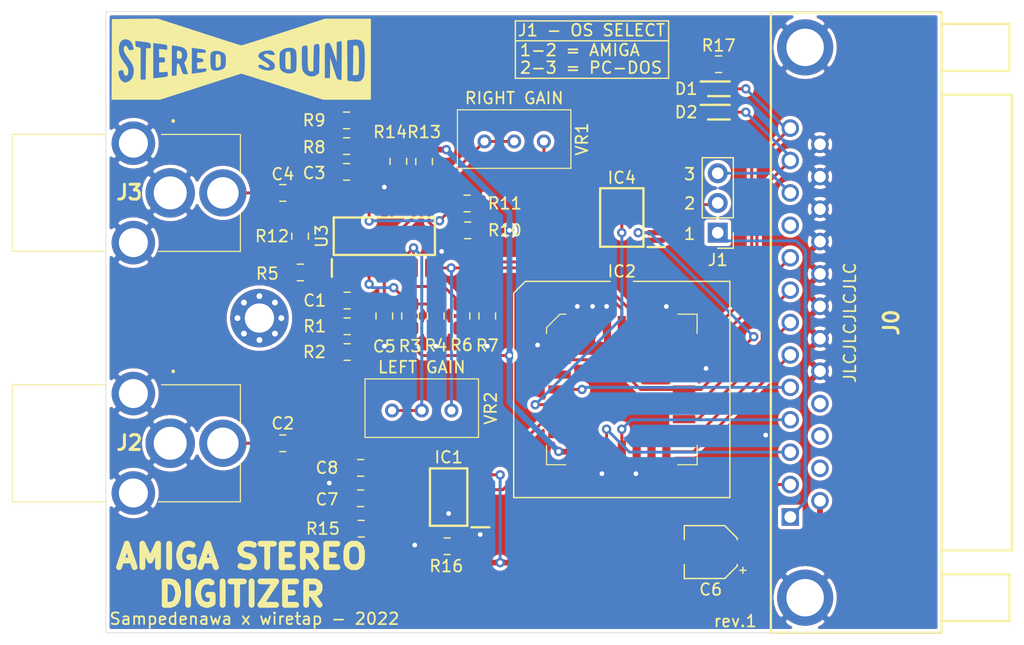
<source format=kicad_pcb>
(kicad_pcb (version 20171130) (host pcbnew "(5.1.6)-1")
  (layers (0 F.Cu signal) (31 B.Cu signal) (34 B.Paste user) (35 F.Paste user) (36 B.SilkS user) (37 F.SilkS user) (38 B.Mask user) (39 F.Mask user) (44 Edge.Cuts user))
  (net 0 "")
  (net 1 "Net-(C1-Pad2)")
  (net 2 "Net-(C1-Pad1)")
  (net 3 "Net-(C2-Pad2)")
  (net 4 "Net-(C2-Pad1)")
  (net 5 "Net-(C3-Pad1)")
  (net 6 "Net-(C3-Pad2)")
  (net 7 "Net-(C4-Pad1)")
  (net 8 "Net-(C4-Pad2)")
  (net 9 GND)
  (net 10 VCC)
  (net 11 "Net-(C7-Pad1)")
  (net 12 "Net-(C8-Pad1)")
  (net 13 OE)
  (net 14 SEL)
  (net 15 POUT)
  (net 16 CLOCK)
  (net 17 "Net-(IC1-Pad7)")
  (net 18 IN1)
  (net 19 IN2)
  (net 20 ALE)
  (net 21 D3)
  (net 22 "Net-(IC2-Pad7)")
  (net 23 D2)
  (net 24 D0)
  (net 25 D5)
  (net 26 D1)
  (net 27 D4)
  (net 28 D6)
  (net 29 D7)
  (net 30 SELECT)
  (net 31 "Net-(IC4-Pad3)")
  (net 32 "Net-(IC4-Pad4)")
  (net 33 "Net-(IC4-Pad5)")
  (net 34 "Net-(IC4-Pad6)")
  (net 35 "Net-(IC4-Pad7)")
  (net 36 "Net-(IC4-Pad8)")
  (net 37 "Net-(IC4-Pad9)")
  (net 38 "Net-(IC4-Pad10)")
  (net 39 "Net-(IC4-Pad11)")
  (net 40 "Net-(IC4-Pad12)")
  (net 41 "Net-(IC4-Pad13)")
  (net 42 "Net-(IC4-Pad14)")
  (net 43 STROBE)
  (net 44 "Net-(J0-Pad10)")
  (net 45 BUSY)
  (net 46 "Net-(J0-Pad15)")
  (net 47 "Net-(J0-Pad16)")
  (net 48 "Net-(J0-Pad17)")
  (net 49 "Net-(R3-Pad2)")
  (net 50 "Net-(R5-Pad1)")
  (net 51 "Net-(R6-Pad2)")
  (net 52 "Net-(R10-Pad2)")
  (net 53 "Net-(R12-Pad1)")
  (net 54 "Net-(R13-Pad2)")
  (module MountingHole:MountingHole_2.5mm_Pad_Via (layer F.Cu) (at 149.125 90.8)
    (fp_text reference REF** hide)
    (fp_text value MountingHole_2.5mm_Pad_Via)
    (pad 1 thru_hole circle (at 1.325825 -1.325825) (size 0.8 0.8) (drill 0.5) (layers *.Cu *.Mask))
    (pad 1 thru_hole circle (at 0 -1.875) (size 0.8 0.8) (drill 0.5) (layers *.Cu *.Mask))
    (pad 1 thru_hole circle (at -1.325825 -1.325825) (size 0.8 0.8) (drill 0.5) (layers *.Cu *.Mask))
    (pad 1 thru_hole circle (at -1.875 0) (size 0.8 0.8) (drill 0.5) (layers *.Cu *.Mask))
    (pad 1 thru_hole circle (at -1.325825 1.325825) (size 0.8 0.8) (drill 0.5) (layers *.Cu *.Mask))
    (pad 1 thru_hole circle (at 0 1.875) (size 0.8 0.8) (drill 0.5) (layers *.Cu *.Mask))
    (pad 1 thru_hole circle (at 1.325825 1.325825) (size 0.8 0.8) (drill 0.5) (layers *.Cu *.Mask))
    (pad 1 thru_hole circle (at 1.875 0) (size 0.8 0.8) (drill 0.5) (layers *.Cu *.Mask))
    (pad 1 thru_hole circle (at 0 0) (size 5 5) (drill 2.5) (layers *.Cu *.Mask))
  )
  (module SamacSys_Parts:stereo-logo (layer F.Cu) (at 147.6 68.7)
    (fp_text reference G*** hide)
    (fp_text value LOGO hide)
  )
  (module Capacitor_SMD:C_0805_2012Metric_Pad1.15x1.40mm_HandSolder (layer F.Cu) (at 156.625 89.3)
    (fp_text reference C1 (at -2.775 0) (layer F.SilkS))
    (fp_text value 47nF)
    (pad 2 smd roundrect (at 1.025 0) (size 1.15 1.4) (layers F.Cu F.Paste F.Mask) (roundrect_rratio 0.217391) (net 1 "Net-(C1-Pad2)"))
    (pad 1 smd roundrect (at -1.025 0) (size 1.15 1.4) (layers F.Cu F.Paste F.Mask) (roundrect_rratio 0.217391) (net 2 "Net-(C1-Pad1)"))
  )
  (module Capacitor_SMD:C_0805_2012Metric_Pad1.15x1.40mm_HandSolder (layer F.Cu) (at 151.125 101.5 180)
    (fp_text reference C2 (at 0 1.7) (layer F.SilkS))
    (fp_text value 1uF)
    (pad 2 smd roundrect (at 1.025 0 180) (size 1.15 1.4) (layers F.Cu F.Paste F.Mask) (roundrect_rratio 0.217391) (net 3 "Net-(C2-Pad2)"))
    (pad 1 smd roundrect (at -1.025 0 180) (size 1.15 1.4) (layers F.Cu F.Paste F.Mask) (roundrect_rratio 0.217391) (net 4 "Net-(C2-Pad1)"))
  )
  (module Capacitor_SMD:C_0805_2012Metric_Pad1.15x1.40mm_HandSolder (layer F.Cu) (at 156.575 78.3)
    (fp_text reference C3 (at -2.775 0.1) (layer F.SilkS))
    (fp_text value 47nF)
    (pad 1 smd roundrect (at -1.025 0) (size 1.15 1.4) (layers F.Cu F.Paste F.Mask) (roundrect_rratio 0.217391) (net 5 "Net-(C3-Pad1)"))
    (pad 2 smd roundrect (at 1.025 0) (size 1.15 1.4) (layers F.Cu F.Paste F.Mask) (roundrect_rratio 0.217391) (net 6 "Net-(C3-Pad2)"))
  )
  (module Capacitor_SMD:C_0805_2012Metric_Pad1.15x1.40mm_HandSolder (layer F.Cu) (at 151.125 80.1 180)
    (fp_text reference C4 (at 0 1.6) (layer F.SilkS))
    (fp_text value 1uF)
    (pad 1 smd roundrect (at -1.025 0 180) (size 1.15 1.4) (layers F.Cu F.Paste F.Mask) (roundrect_rratio 0.217391) (net 7 "Net-(C4-Pad1)"))
    (pad 2 smd roundrect (at 1.025 0 180) (size 1.15 1.4) (layers F.Cu F.Paste F.Mask) (roundrect_rratio 0.217391) (net 8 "Net-(C4-Pad2)"))
  )
  (module Capacitor_SMD:C_0805_2012Metric_Pad1.15x1.40mm_HandSolder (layer F.Cu) (at 159.8 90.625 90)
    (fp_text reference C5 (at -2.6 0 180) (layer F.SilkS))
    (fp_text value 0.1uF)
    (pad 1 smd roundrect (at -1.025 0 90) (size 1.15 1.4) (layers F.Cu F.Paste F.Mask) (roundrect_rratio 0.217391) (net 9 GND))
    (pad 2 smd roundrect (at 1.025 0 90) (size 1.15 1.4) (layers F.Cu F.Paste F.Mask) (roundrect_rratio 0.217391) (net 10 VCC))
  )
  (module Capacitor_SMD:CP_Elec_4x5.8 (layer F.Cu) (at 187.7 110.8 180)
    (fp_text reference C6 (at 0 -3.2) (layer F.SilkS))
    (fp_text value 100nF)
    (pad 1 smd roundrect (at -1.8 0 180) (size 2.6 1.6) (layers F.Cu F.Paste F.Mask) (roundrect_rratio 0.15625) (net 10 VCC))
    (pad 2 smd roundrect (at 1.8 0 180) (size 2.6 1.6) (layers F.Cu F.Paste F.Mask) (roundrect_rratio 0.15625) (net 9 GND))
  )
  (module Capacitor_SMD:C_0805_2012Metric_Pad1.15x1.40mm_HandSolder (layer F.Cu) (at 157.775 106.2 180)
    (fp_text reference C7 (at 2.875 -0.1) (layer F.SilkS))
    (fp_text value 1nF)
    (pad 2 smd roundrect (at 1.025 0 180) (size 1.15 1.4) (layers F.Cu F.Paste F.Mask) (roundrect_rratio 0.217391) (net 9 GND))
    (pad 1 smd roundrect (at -1.025 0 180) (size 1.15 1.4) (layers F.Cu F.Paste F.Mask) (roundrect_rratio 0.217391) (net 11 "Net-(C7-Pad1)"))
  )
  (module Capacitor_SMD:C_0805_2012Metric_Pad1.15x1.40mm_HandSolder (layer F.Cu) (at 157.775 103.6 180)
    (fp_text reference C8 (at 2.875 0) (layer F.SilkS))
    (fp_text value 10nF)
    (pad 1 smd roundrect (at -1.025 0 180) (size 1.15 1.4) (layers F.Cu F.Paste F.Mask) (roundrect_rratio 0.217391) (net 12 "Net-(C8-Pad1)"))
    (pad 2 smd roundrect (at 1.025 0 180) (size 1.15 1.4) (layers F.Cu F.Paste F.Mask) (roundrect_rratio 0.217391) (net 9 GND))
  )
  (module SamacSys_Parts:SODFL2512X95N (layer F.Cu) (at 188.4 71.2)
    (fp_text reference D1 (at -2.8 0) (layer F.SilkS))
    (fp_text value 1N4148 hide)
    (pad 1 smd rect (at -1.2 0 90) (size 0.42 0.72) (layers F.Cu F.Paste F.Mask) (net 13 OE))
    (pad 2 smd rect (at 1.2 0 90) (size 0.42 0.72) (layers F.Cu F.Paste F.Mask) (net 14 SEL))
  )
  (module SamacSys_Parts:SODFL2512X95N (layer F.Cu) (at 188.4 73.2)
    (fp_text reference D2 (at -2.8 0) (layer F.SilkS))
    (fp_text value 1N4148 hide)
    (pad 2 smd rect (at 1.2 0 90) (size 0.42 0.72) (layers F.Cu F.Paste F.Mask) (net 15 POUT))
    (pad 1 smd rect (at -1.2 0 90) (size 0.42 0.72) (layers F.Cu F.Paste F.Mask) (net 13 OE))
  )
  (module SOIC127P600X175-8N (layer F.Cu) (at 165.3 106.1 180)
    (fp_text reference IC1 (at 0 3.4) (layer F.SilkS))
    (fp_text value LM555CM hide)
    (pad 1 smd rect (at -2.711 -1.905 270) (size 0.65 1.528) (layers F.Cu F.Paste F.Mask) (net 9 GND))
    (pad 2 smd rect (at -2.711 -0.635 270) (size 0.65 1.528) (layers F.Cu F.Paste F.Mask) (net 11 "Net-(C7-Pad1)"))
    (pad 3 smd rect (at -2.711 0.635 270) (size 0.65 1.528) (layers F.Cu F.Paste F.Mask) (net 16 CLOCK))
    (pad 4 smd rect (at -2.711 1.905 270) (size 0.65 1.528) (layers F.Cu F.Paste F.Mask) (net 10 VCC))
    (pad 5 smd rect (at 2.711 1.905 270) (size 0.65 1.528) (layers F.Cu F.Paste F.Mask) (net 12 "Net-(C8-Pad1)"))
    (pad 6 smd rect (at 2.711 0.635 270) (size 0.65 1.528) (layers F.Cu F.Paste F.Mask) (net 11 "Net-(C7-Pad1)"))
    (pad 7 smd rect (at 2.711 -0.635 270) (size 0.65 1.528) (layers F.Cu F.Paste F.Mask) (net 17 "Net-(IC1-Pad7)"))
    (pad 8 smd rect (at 2.711 -1.905 270) (size 0.65 1.528) (layers F.Cu F.Paste F.Mask) (net 10 VCC))
  )
  (module SOP65P640X120-14N (layer F.Cu) (at 180.1 82.2 180)
    (fp_text reference IC4 (at 0 3.4) (layer F.SilkS))
    (fp_text value MC74HC14ADTR2G hide)
    (pad 1 smd rect (at -2.925 -1.95 270) (size 0.45 1.45) (layers F.Cu F.Paste F.Mask) (net 30 SELECT))
    (pad 2 smd rect (at -2.925 -1.3 270) (size 0.45 1.45) (layers F.Cu F.Paste F.Mask) (net 20 ALE))
    (pad 3 smd rect (at -2.925 -0.65 270) (size 0.45 1.45) (layers F.Cu F.Paste F.Mask) (net 31 "Net-(IC4-Pad3)"))
    (pad 4 smd rect (at -2.925 0 270) (size 0.45 1.45) (layers F.Cu F.Paste F.Mask) (net 32 "Net-(IC4-Pad4)"))
    (pad 5 smd rect (at -2.925 0.65 270) (size 0.45 1.45) (layers F.Cu F.Paste F.Mask) (net 33 "Net-(IC4-Pad5)"))
    (pad 6 smd rect (at -2.925 1.3 270) (size 0.45 1.45) (layers F.Cu F.Paste F.Mask) (net 34 "Net-(IC4-Pad6)"))
    (pad 7 smd rect (at -2.925 1.95 270) (size 0.45 1.45) (layers F.Cu F.Paste F.Mask) (net 35 "Net-(IC4-Pad7)"))
    (pad 8 smd rect (at 2.925 1.95 270) (size 0.45 1.45) (layers F.Cu F.Paste F.Mask) (net 36 "Net-(IC4-Pad8)"))
    (pad 9 smd rect (at 2.925 1.3 270) (size 0.45 1.45) (layers F.Cu F.Paste F.Mask) (net 37 "Net-(IC4-Pad9)"))
    (pad 10 smd rect (at 2.925 0.65 270) (size 0.45 1.45) (layers F.Cu F.Paste F.Mask) (net 38 "Net-(IC4-Pad10)"))
    (pad 11 smd rect (at 2.925 0 270) (size 0.45 1.45) (layers F.Cu F.Paste F.Mask) (net 39 "Net-(IC4-Pad11)"))
    (pad 12 smd rect (at 2.925 -0.65 270) (size 0.45 1.45) (layers F.Cu F.Paste F.Mask) (net 40 "Net-(IC4-Pad12)"))
    (pad 13 smd rect (at 2.925 -1.3 270) (size 0.45 1.45) (layers F.Cu F.Paste F.Mask) (net 41 "Net-(IC4-Pad13)"))
    (pad 14 smd rect (at 2.925 -1.95 270) (size 0.45 1.45) (layers F.Cu F.Paste F.Mask) (net 42 "Net-(IC4-Pad14)"))
  )
  (module L717SDB25P1ACH4F (layer F.Cu) (at 194.5 107.8 90)
    (fp_text reference J0 (at 16.62 8.64 90) (layer F.SilkS) (effects (font (size 1.27 1.27) (thickness 0.254))))
    (fp_text value L717SDB25P1ACH4F hide)
    (pad 1 thru_hole rect (at 0 0 90) (size 1.5 1.5) (drill 1) (layers *.Cu *.Mask) (net 43 STROBE))
    (pad 2 thru_hole circle (at 2.77 0 90) (size 1.5 1.5) (drill 1) (layers *.Cu *.Mask) (net 24 D0))
    (pad 3 thru_hole circle (at 5.54 0 90) (size 1.5 1.5) (drill 1) (layers *.Cu *.Mask) (net 26 D1))
    (pad 4 thru_hole circle (at 8.31 0 90) (size 1.5 1.5) (drill 1) (layers *.Cu *.Mask) (net 23 D2))
    (pad 5 thru_hole circle (at 11.08 0 90) (size 1.5 1.5) (drill 1) (layers *.Cu *.Mask) (net 21 D3))
    (pad 6 thru_hole circle (at 13.85 0 90) (size 1.5 1.5) (drill 1) (layers *.Cu *.Mask) (net 27 D4))
    (pad 7 thru_hole circle (at 16.62 0 90) (size 1.5 1.5) (drill 1) (layers *.Cu *.Mask) (net 25 D5))
    (pad 8 thru_hole circle (at 19.39 0 90) (size 1.5 1.5) (drill 1) (layers *.Cu *.Mask) (net 28 D6))
    (pad 9 thru_hole circle (at 22.16 0 90) (size 1.5 1.5) (drill 1) (layers *.Cu *.Mask) (net 29 D7))
    (pad 10 thru_hole circle (at 24.93 0 90) (size 1.5 1.5) (drill 1) (layers *.Cu *.Mask) (net 44 "Net-(J0-Pad10)"))
    (pad 11 thru_hole circle (at 27.7 0 90) (size 1.5 1.5) (drill 1) (layers *.Cu *.Mask) (net 45 BUSY))
    (pad 12 thru_hole circle (at 30.47 0 90) (size 1.5 1.5) (drill 1) (layers *.Cu *.Mask) (net 15 POUT))
    (pad 13 thru_hole circle (at 33.24 0 90) (size 1.5 1.5) (drill 1) (layers *.Cu *.Mask) (net 14 SEL))
    (pad 14 thru_hole circle (at 1.385 2.54 90) (size 1.5 1.5) (drill 1) (layers *.Cu *.Mask) (net 10 VCC))
    (pad 15 thru_hole circle (at 4.155 2.54 90) (size 1.5 1.5) (drill 1) (layers *.Cu *.Mask) (net 46 "Net-(J0-Pad15)"))
    (pad 16 thru_hole circle (at 6.925 2.54 90) (size 1.5 1.5) (drill 1) (layers *.Cu *.Mask) (net 47 "Net-(J0-Pad16)"))
    (pad 17 thru_hole circle (at 9.695 2.54 90) (size 1.5 1.5) (drill 1) (layers *.Cu *.Mask) (net 48 "Net-(J0-Pad17)"))
    (pad 18 thru_hole circle (at 12.465 2.54 90) (size 1.5 1.5) (drill 1) (layers *.Cu *.Mask) (net 9 GND))
    (pad 19 thru_hole circle (at 15.235 2.54 90) (size 1.5 1.5) (drill 1) (layers *.Cu *.Mask) (net 9 GND))
    (pad 20 thru_hole circle (at 18.005 2.54 90) (size 1.5 1.5) (drill 1) (layers *.Cu *.Mask) (net 9 GND))
    (pad 21 thru_hole circle (at 20.775 2.54 90) (size 1.5 1.5) (drill 1) (layers *.Cu *.Mask) (net 9 GND))
    (pad 22 thru_hole circle (at 23.545 2.54 90) (size 1.5 1.5) (drill 1) (layers *.Cu *.Mask) (net 9 GND))
    (pad 23 thru_hole circle (at 26.315 2.54 90) (size 1.5 1.5) (drill 1) (layers *.Cu *.Mask) (net 9 GND))
    (pad 24 thru_hole circle (at 29.085 2.54 90) (size 1.5 1.5) (drill 1) (layers *.Cu *.Mask) (net 9 GND))
    (pad 25 thru_hole circle (at 31.855 2.54 90) (size 1.5 1.5) (drill 1) (layers *.Cu *.Mask) (net 9 GND))
    (pad MH1 thru_hole circle (at -6.9 1.27 90) (size 4.8 4.8) (drill 3.2) (layers *.Cu *.Mask) (net 9 GND))
    (pad MH2 thru_hole circle (at 40.14 1.27 90) (size 4.8 4.8) (drill 3.2) (layers *.Cu *.Mask) (net 9 GND))
  )
  (module Connector_PinHeader_2.54mm:PinHeader_1x03_P2.54mm_Vertical (layer F.Cu) (at 188.3 83.5 180)
    (fp_text reference J1 (at 0 -2.33) (layer F.SilkS))
    (fp_text value OS-Select)
    (pad 1 thru_hole rect (at 0 0 180) (size 1.7 1.7) (drill 1) (layers *.Cu *.Mask) (net 43 STROBE))
    (pad 2 thru_hole oval (at 0 2.54 180) (size 1.7 1.7) (drill 1) (layers *.Cu *.Mask) (net 30 SELECT))
    (pad 3 thru_hole oval (at 0 5.08 180) (size 1.7 1.7) (drill 1) (layers *.Cu *.Mask) (net 45 BUSY))
  )
  (module RCJ043 (layer F.Cu) (at 141.5 101.5 180)
    (fp_text reference J2 (at 3.491 0.045) (layer F.SilkS) (effects (font (size 1.27 1.27) (thickness 0.254))))
    (fp_text value RCJ-043 hide)
    (pad 1 thru_hole circle (at 0 0 180) (size 4.23 4.23) (drill 2.82) (layers *.Cu *.Mask) (net 9 GND))
    (pad 2 thru_hole circle (at -4.5 0 180) (size 4.035 4.035) (drill 2.69) (layers *.Cu *.Mask) (net 3 "Net-(C2-Pad2)"))
    (pad MH1 thru_hole circle (at 3.15 -4.25 180) (size 3.72 3.72) (drill 2.48) (layers *.Cu *.Mask) (net 9 GND))
    (pad MH2 thru_hole circle (at 3.15 4.25 180) (size 3.72 3.72) (drill 2.48) (layers *.Cu *.Mask) (net 9 GND))
  )
  (module RCJ042 (layer F.Cu) (at 141.5 80.1 180)
    (fp_text reference J3 (at 3.491 0.045) (layer F.SilkS) (effects (font (size 1.27 1.27) (thickness 0.254))))
    (fp_text value RCJ-042 hide)
    (pad 1 thru_hole circle (at 0 0 180) (size 4.23 4.23) (drill 2.82) (layers *.Cu *.Mask) (net 9 GND))
    (pad 2 thru_hole circle (at -4.5 0 180) (size 4.035 4.035) (drill 2.69) (layers *.Cu *.Mask) (net 8 "Net-(C4-Pad2)"))
    (pad MH1 thru_hole circle (at 3.15 -4.25 180) (size 3.72 3.72) (drill 2.48) (layers *.Cu *.Mask) (net 9 GND))
    (pad MH2 thru_hole circle (at 3.15 4.25 180) (size 3.72 3.72) (drill 2.48) (layers *.Cu *.Mask) (net 9 GND))
  )
  (module Resistor_SMD:R_0805_2012Metric_Pad1.15x1.40mm_HandSolder (layer F.Cu) (at 156.625 91.5)
    (fp_text reference R1 (at -2.775 0) (layer F.SilkS))
    (fp_text value 1k)
    (pad 2 smd roundrect (at 1.025 0) (size 1.15 1.4) (layers F.Cu F.Paste F.Mask) (roundrect_rratio 0.217391) (net 1 "Net-(C1-Pad2)"))
    (pad 1 smd roundrect (at -1.025 0) (size 1.15 1.4) (layers F.Cu F.Paste F.Mask) (roundrect_rratio 0.217391) (net 2 "Net-(C1-Pad1)"))
  )
  (module Resistor_SMD:R_0805_2012Metric_Pad1.15x1.40mm_HandSolder (layer F.Cu) (at 156.625 93.7 180)
    (fp_text reference R2 (at 2.8 0) (layer F.SilkS))
    (fp_text value 1k)
    (pad 1 smd roundrect (at -1.025 0 180) (size 1.15 1.4) (layers F.Cu F.Paste F.Mask) (roundrect_rratio 0.217391) (net 1 "Net-(C1-Pad2)"))
    (pad 2 smd roundrect (at 1.025 0 180) (size 1.15 1.4) (layers F.Cu F.Paste F.Mask) (roundrect_rratio 0.217391) (net 4 "Net-(C2-Pad1)"))
  )
  (module Resistor_SMD:R_0805_2012Metric_Pad1.15x1.40mm_HandSolder (layer F.Cu) (at 162 90.625 90)
    (fp_text reference R3 (at -2.575 0 180) (layer F.SilkS))
    (fp_text value 100k)
    (pad 1 smd roundrect (at -1.025 0 90) (size 1.15 1.4) (layers F.Cu F.Paste F.Mask) (roundrect_rratio 0.217391) (net 10 VCC))
    (pad 2 smd roundrect (at 1.025 0 90) (size 1.15 1.4) (layers F.Cu F.Paste F.Mask) (roundrect_rratio 0.217391) (net 49 "Net-(R3-Pad2)"))
  )
  (module Resistor_SMD:R_0805_2012Metric_Pad1.15x1.40mm_HandSolder (layer F.Cu) (at 164.2 90.625 270)
    (fp_text reference R4 (at 2.525 0 180) (layer F.SilkS))
    (fp_text value 100k)
    (pad 2 smd roundrect (at 1.025 0 270) (size 1.15 1.4) (layers F.Cu F.Paste F.Mask) (roundrect_rratio 0.217391) (net 9 GND))
    (pad 1 smd roundrect (at -1.025 0 270) (size 1.15 1.4) (layers F.Cu F.Paste F.Mask) (roundrect_rratio 0.217391) (net 49 "Net-(R3-Pad2)"))
  )
  (module Resistor_SMD:R_0805_2012Metric_Pad1.15x1.40mm_HandSolder (layer F.Cu) (at 152.625 86.9 180)
    (fp_text reference R5 (at 2.825 -0.1) (layer F.SilkS))
    (fp_text value 47k)
    (pad 2 smd roundrect (at 1.025 0 180) (size 1.15 1.4) (layers F.Cu F.Paste F.Mask) (roundrect_rratio 0.217391) (net 2 "Net-(C1-Pad1)"))
    (pad 1 smd roundrect (at -1.025 0 180) (size 1.15 1.4) (layers F.Cu F.Paste F.Mask) (roundrect_rratio 0.217391) (net 50 "Net-(R5-Pad1)"))
  )
  (module Resistor_SMD:R_0805_2012Metric_Pad1.15x1.40mm_HandSolder (layer F.Cu) (at 166.4 90.625 90)
    (fp_text reference R6 (at -2.475 0 180) (layer F.SilkS))
    (fp_text value 100k)
    (pad 1 smd roundrect (at -1.025 0 90) (size 1.15 1.4) (layers F.Cu F.Paste F.Mask) (roundrect_rratio 0.217391) (net 10 VCC))
    (pad 2 smd roundrect (at 1.025 0 90) (size 1.15 1.4) (layers F.Cu F.Paste F.Mask) (roundrect_rratio 0.217391) (net 51 "Net-(R6-Pad2)"))
  )
  (module Resistor_SMD:R_0805_2012Metric_Pad1.15x1.40mm_HandSolder (layer F.Cu) (at 168.6 90.625 270)
    (fp_text reference R7 (at 2.525 0 180) (layer F.SilkS))
    (fp_text value 100k)
    (pad 2 smd roundrect (at 1.025 0 270) (size 1.15 1.4) (layers F.Cu F.Paste F.Mask) (roundrect_rratio 0.217391) (net 9 GND))
    (pad 1 smd roundrect (at -1.025 0 270) (size 1.15 1.4) (layers F.Cu F.Paste F.Mask) (roundrect_rratio 0.217391) (net 51 "Net-(R6-Pad2)"))
  )
  (module Resistor_SMD:R_0805_2012Metric_Pad1.15x1.40mm_HandSolder (layer F.Cu) (at 156.575 76.1)
    (fp_text reference R8 (at -2.775 0.1) (layer F.SilkS))
    (fp_text value 1k)
    (pad 1 smd roundrect (at -1.025 0) (size 1.15 1.4) (layers F.Cu F.Paste F.Mask) (roundrect_rratio 0.217391) (net 5 "Net-(C3-Pad1)"))
    (pad 2 smd roundrect (at 1.025 0) (size 1.15 1.4) (layers F.Cu F.Paste F.Mask) (roundrect_rratio 0.217391) (net 6 "Net-(C3-Pad2)"))
  )
  (module Resistor_SMD:R_0805_2012Metric_Pad1.15x1.40mm_HandSolder (layer F.Cu) (at 156.575 73.9 180)
    (fp_text reference R9 (at 2.775 0) (layer F.SilkS))
    (fp_text value 1k)
    (pad 1 smd roundrect (at -1.025 0 180) (size 1.15 1.4) (layers F.Cu F.Paste F.Mask) (roundrect_rratio 0.217391) (net 6 "Net-(C3-Pad2)"))
    (pad 2 smd roundrect (at 1.025 0 180) (size 1.15 1.4) (layers F.Cu F.Paste F.Mask) (roundrect_rratio 0.217391) (net 7 "Net-(C4-Pad1)"))
  )
  (module Resistor_SMD:R_0805_2012Metric_Pad1.15x1.40mm_HandSolder (layer F.Cu) (at 166.925 83.3 180)
    (fp_text reference R10 (at -3.175 0) (layer F.SilkS))
    (fp_text value 100k)
    (pad 2 smd roundrect (at 1.025 0 180) (size 1.15 1.4) (layers F.Cu F.Paste F.Mask) (roundrect_rratio 0.217391) (net 52 "Net-(R10-Pad2)"))
    (pad 1 smd roundrect (at -1.025 0 180) (size 1.15 1.4) (layers F.Cu F.Paste F.Mask) (roundrect_rratio 0.217391) (net 10 VCC))
  )
  (module Resistor_SMD:R_0805_2012Metric_Pad1.15x1.40mm_HandSolder (layer F.Cu) (at 166.875 81)
    (fp_text reference R11 (at 3.225 0) (layer F.SilkS))
    (fp_text value 100k)
    (pad 1 smd roundrect (at -1.025 0) (size 1.15 1.4) (layers F.Cu F.Paste F.Mask) (roundrect_rratio 0.217391) (net 52 "Net-(R10-Pad2)"))
    (pad 2 smd roundrect (at 1.025 0) (size 1.15 1.4) (layers F.Cu F.Paste F.Mask) (roundrect_rratio 0.217391) (net 9 GND))
  )
  (module Resistor_SMD:R_0805_2012Metric_Pad1.15x1.40mm_HandSolder (layer F.Cu) (at 152.6 83.8 90)
    (fp_text reference R12 (at 0 -2.4 180) (layer F.SilkS))
    (fp_text value 47k)
    (pad 1 smd roundrect (at -1.025 0 90) (size 1.15 1.4) (layers F.Cu F.Paste F.Mask) (roundrect_rratio 0.217391) (net 53 "Net-(R12-Pad1)"))
    (pad 2 smd roundrect (at 1.025 0 90) (size 1.15 1.4) (layers F.Cu F.Paste F.Mask) (roundrect_rratio 0.217391) (net 5 "Net-(C3-Pad1)"))
  )
  (module Resistor_SMD:R_0805_2012Metric_Pad1.15x1.40mm_HandSolder (layer F.Cu) (at 163.2 77.425 270)
    (fp_text reference R13 (at -2.525 0 180) (layer F.SilkS))
    (fp_text value 100k)
    (pad 1 smd roundrect (at -1.025 0 270) (size 1.15 1.4) (layers F.Cu F.Paste F.Mask) (roundrect_rratio 0.217391) (net 10 VCC))
    (pad 2 smd roundrect (at 1.025 0 270) (size 1.15 1.4) (layers F.Cu F.Paste F.Mask) (roundrect_rratio 0.217391) (net 54 "Net-(R13-Pad2)"))
  )
  (module Resistor_SMD:R_0805_2012Metric_Pad1.15x1.40mm_HandSolder (layer F.Cu) (at 161 77.4 90)
    (fp_text reference R14 (at 2.5 -0.7 180) (layer F.SilkS))
    (fp_text value 100k)
    (pad 2 smd roundrect (at 1.025 0 90) (size 1.15 1.4) (layers F.Cu F.Paste F.Mask) (roundrect_rratio 0.217391) (net 9 GND))
    (pad 1 smd roundrect (at -1.025 0 90) (size 1.15 1.4) (layers F.Cu F.Paste F.Mask) (roundrect_rratio 0.217391) (net 54 "Net-(R13-Pad2)"))
  )
  (module Resistor_SMD:R_0805_2012Metric_Pad1.15x1.40mm_HandSolder (layer F.Cu) (at 157.825 108.8 180)
    (fp_text reference R15 (at 3.275 0) (layer F.SilkS))
    (fp_text value 470)
    (pad 1 smd roundrect (at -1.025 0 180) (size 1.15 1.4) (layers F.Cu F.Paste F.Mask) (roundrect_rratio 0.217391) (net 10 VCC))
    (pad 2 smd roundrect (at 1.025 0 180) (size 1.15 1.4) (layers F.Cu F.Paste F.Mask) (roundrect_rratio 0.217391) (net 17 "Net-(IC1-Pad7)"))
  )
  (module Resistor_SMD:R_0805_2012Metric_Pad1.15x1.40mm_HandSolder (layer F.Cu) (at 165.175 110.3)
    (fp_text reference R16 (at -0.075 1.7) (layer F.SilkS))
    (fp_text value 1.2k)
    (pad 2 smd roundrect (at 1.025 0) (size 1.15 1.4) (layers F.Cu F.Paste F.Mask) (roundrect_rratio 0.217391) (net 11 "Net-(C7-Pad1)"))
    (pad 1 smd roundrect (at -1.025 0) (size 1.15 1.4) (layers F.Cu F.Paste F.Mask) (roundrect_rratio 0.217391) (net 17 "Net-(IC1-Pad7)"))
  )
  (module Resistor_SMD:R_0805_2012Metric_Pad1.15x1.40mm_HandSolder (layer F.Cu) (at 188.375 69.1)
    (fp_text reference R17 (at 0 -1.6) (layer F.SilkS))
    (fp_text value 100k)
    (pad 2 smd roundrect (at 1.025 0) (size 1.15 1.4) (layers F.Cu F.Paste F.Mask) (roundrect_rratio 0.217391) (net 9 GND))
    (pad 1 smd roundrect (at -1.025 0) (size 1.15 1.4) (layers F.Cu F.Paste F.Mask) (roundrect_rratio 0.217391) (net 13 OE))
  )
  (module SamacSys_Parts:SOIC127P600X175-14N (layer F.Cu) (at 159.8 83.8 90)
    (fp_text reference U3 (at 0 -5.360001 90) (layer F.SilkS))
    (fp_text value LM324DR hide)
    (pad 1 smd rect (at -2.712 -3.81 180) (size 0.65 1.525) (layers F.Cu F.Paste F.Mask) (net 2 "Net-(C1-Pad1)"))
    (pad 2 smd rect (at -2.712 -2.54 180) (size 0.65 1.525) (layers F.Cu F.Paste F.Mask) (net 1 "Net-(C1-Pad2)"))
    (pad 3 smd rect (at -2.712 -1.27 180) (size 0.65 1.525) (layers F.Cu F.Paste F.Mask) (net 49 "Net-(R3-Pad2)"))
    (pad 4 smd rect (at -2.712 0 180) (size 0.65 1.525) (layers F.Cu F.Paste F.Mask) (net 10 VCC))
    (pad 5 smd rect (at -2.712 1.27 180) (size 0.65 1.525) (layers F.Cu F.Paste F.Mask) (net 51 "Net-(R6-Pad2)"))
    (pad 6 smd rect (at -2.712 2.54 180) (size 0.65 1.525) (layers F.Cu F.Paste F.Mask) (net 50 "Net-(R5-Pad1)"))
    (pad 7 smd rect (at -2.712 3.81 180) (size 0.65 1.525) (layers F.Cu F.Paste F.Mask) (net 18 IN1))
    (pad 8 smd rect (at 2.712 3.81 180) (size 0.65 1.525) (layers F.Cu F.Paste F.Mask) (net 19 IN2))
    (pad 9 smd rect (at 2.712 2.54 180) (size 0.65 1.525) (layers F.Cu F.Paste F.Mask) (net 53 "Net-(R12-Pad1)"))
    (pad 10 smd rect (at 2.712 1.27 180) (size 0.65 1.525) (layers F.Cu F.Paste F.Mask) (net 54 "Net-(R13-Pad2)"))
    (pad 11 smd rect (at 2.712 0 180) (size 0.65 1.525) (layers F.Cu F.Paste F.Mask) (net 9 GND))
    (pad 12 smd rect (at 2.712 -1.27 180) (size 0.65 1.525) (layers F.Cu F.Paste F.Mask) (net 52 "Net-(R10-Pad2)"))
    (pad 13 smd rect (at 2.712 -2.54 180) (size 0.65 1.525) (layers F.Cu F.Paste F.Mask) (net 6 "Net-(C3-Pad2)"))
    (pad 14 smd rect (at 2.712 -3.81 180) (size 0.65 1.525) (layers F.Cu F.Paste F.Mask) (net 5 "Net-(C3-Pad1)"))
  )
  (module T93YA5K10 (layer F.Cu) (at 170.9 75.5 270)
    (fp_text reference VR1 (at 0 -5.8 270) (layer F.SilkS))
    (fp_text value T93YA104KT20 hide)
    (pad 3 thru_hole circle (at 0.2 -2.54 270) (size 1.2 1.2) (drill 0.7) (layers *.Cu *.Mask) (net 19 IN2))
    (pad 2 thru_hole circle (at 0.2 0 270) (size 1.2 1.2) (drill 0.7) (layers *.Cu *.Mask) (net 53 "Net-(R12-Pad1)"))
    (pad 1 thru_hole circle (at 0.2 2.54 270) (size 1.2 1.2) (drill 0.7) (layers *.Cu *.Mask) (net 53 "Net-(R12-Pad1)"))
  )
  (module T93YA5K10 (layer F.Cu) (at 163 98.5 270)
    (fp_text reference VR2 (at 0 -5.9 270) (layer F.SilkS))
    (fp_text value T93YA104KT20 hide)
    (pad 1 thru_hole circle (at 0.2 2.54 270) (size 1.2 1.2) (drill 0.7) (layers *.Cu *.Mask) (net 50 "Net-(R5-Pad1)"))
    (pad 2 thru_hole circle (at 0.2 0 270) (size 1.2 1.2) (drill 0.7) (layers *.Cu *.Mask) (net 50 "Net-(R5-Pad1)"))
    (pad 3 thru_hole circle (at 0.2 -2.54 270) (size 1.2 1.2) (drill 0.7) (layers *.Cu *.Mask) (net 18 IN1))
  )
  (module Package_LCC:PLCC-28_SMD-Socket (layer F.Cu) (at 180.1 96.9)
    (fp_text reference IC2 (at 0 -10.09) (layer F.SilkS))
    (fp_text value ADC0809CCV_NOPB)
    (pad 1 smd rect (at 0 -5.3225) (size 0.7 1.925) (layers F.Cu F.Paste F.Mask) (net 18 IN1))
    (pad 2 smd rect (at -1.27 -5.3225) (size 0.7 1.925) (layers F.Cu F.Paste F.Mask) (net 9 GND))
    (pad 3 smd rect (at -2.54 -5.3225) (size 0.7 1.925) (layers F.Cu F.Paste F.Mask) (net 9 GND))
    (pad 4 smd rect (at -3.81 -5.3225) (size 0.7 1.925) (layers F.Cu F.Paste F.Mask) (net 9 GND))
    (pad 28 smd rect (at 1.27 -5.3225) (size 0.7 1.925) (layers F.Cu F.Paste F.Mask) (net 19 IN2))
    (pad 27 smd rect (at 2.54 -5.3225) (size 0.7 1.925) (layers F.Cu F.Paste F.Mask) (net 18 IN1))
    (pad 26 smd rect (at 3.81 -5.3225) (size 0.7 1.925) (layers F.Cu F.Paste F.Mask) (net 9 GND))
    (pad 5 smd rect (at -5.3225 -3.81) (size 1.925 0.7) (layers F.Cu F.Paste F.Mask) (net 9 GND))
    (pad 6 smd rect (at -5.3225 -2.54) (size 1.925 0.7) (layers F.Cu F.Paste F.Mask) (net 20 ALE))
    (pad 7 smd rect (at -5.3225 -1.27) (size 1.925 0.7) (layers F.Cu F.Paste F.Mask) (net 22 "Net-(IC2-Pad7)"))
    (pad 8 smd rect (at -5.3225 0) (size 1.925 0.7) (layers F.Cu F.Paste F.Mask) (net 21 D3))
    (pad 9 smd rect (at -5.3225 1.27) (size 1.925 0.7) (layers F.Cu F.Paste F.Mask) (net 13 OE))
    (pad 10 smd rect (at -5.3225 2.54) (size 1.925 0.7) (layers F.Cu F.Paste F.Mask) (net 16 CLOCK))
    (pad 11 smd rect (at -5.3225 3.81) (size 1.925 0.7) (layers F.Cu F.Paste F.Mask) (net 10 VCC))
    (pad 12 smd rect (at -3.81 5.3225) (size 0.7 1.925) (layers F.Cu F.Paste F.Mask) (net 10 VCC))
    (pad 13 smd rect (at -2.54 5.3225) (size 0.7 1.925) (layers F.Cu F.Paste F.Mask) (net 9 GND))
    (pad 14 smd rect (at -1.27 5.3225) (size 0.7 1.925) (layers F.Cu F.Paste F.Mask) (net 26 D1))
    (pad 15 smd rect (at 0 5.3225) (size 0.7 1.925) (layers F.Cu F.Paste F.Mask) (net 23 D2))
    (pad 16 smd rect (at 1.27 5.3225) (size 0.7 1.925) (layers F.Cu F.Paste F.Mask) (net 9 GND))
    (pad 17 smd rect (at 2.54 5.3225) (size 0.7 1.925) (layers F.Cu F.Paste F.Mask) (net 24 D0))
    (pad 18 smd rect (at 3.81 5.3225) (size 0.7 1.925) (layers F.Cu F.Paste F.Mask) (net 27 D4))
    (pad 19 smd rect (at 5.3225 3.81) (size 1.925 0.7) (layers F.Cu F.Paste F.Mask) (net 25 D5))
    (pad 20 smd rect (at 5.3225 2.54) (size 1.925 0.7) (layers F.Cu F.Paste F.Mask) (net 28 D6))
    (pad 21 smd rect (at 5.3225 1.27) (size 1.925 0.7) (layers F.Cu F.Paste F.Mask) (net 29 D7))
    (pad 22 smd rect (at 5.3225 0) (size 1.925 0.7) (layers F.Cu F.Paste F.Mask) (net 20 ALE))
    (pad 23 smd rect (at 5.3225 -1.27) (size 1.925 0.7) (layers F.Cu F.Paste F.Mask) (net 9 GND))
    (pad 24 smd rect (at 5.3225 -2.54) (size 1.925 0.7) (layers F.Cu F.Paste F.Mask) (net 15 POUT))
    (pad 25 smd rect (at 5.3225 -3.81) (size 1.925 0.7) (layers F.Cu F.Paste F.Mask) (net 14 SEL))
  )
  (gr_text JLCJLCJLCJLC (at 199.6 91.2 90) (layer F.SilkS) (effects (font (size 1 1))))
  (gr_text rev.1 (at 189.8 116.7) (layer F.SilkS) (effects (font (size 1 1))))
  (gr_text "Sampedenawa x wiretap - 2022" (at 148.7 116.5) (layer F.SilkS) (effects (font (size 1 1))))
  (gr_text "AMIGA STEREO\nDIGITIZER" (at 147.6 112.8) (layer F.SilkS) (effects (font (size 2 2) (thickness 0.5))))
  (gr_text "RIGHT GAIN" (at 170.9 72) (layer F.SilkS) (effects (font (size 1 1))))
  (gr_text "LEFT GAIN" (at 163 95) (layer F.SilkS) (effects (font (size 1 1))))
  (gr_line (start 184.1 65.4) (end 184.1 67.1) (layer F.SilkS) (width 0.12))
  (gr_line (start 171 65.4) (end 184.1 65.4) (layer F.SilkS) (width 0.12))
  (gr_line (start 171 70.3) (end 171 65.4) (layer F.SilkS) (width 0.12))
  (gr_line (start 184.1 70.3) (end 171 70.3) (layer F.SilkS) (width 0.12))
  (gr_line (start 184.1 67.1) (end 184.1 70.3) (layer F.SilkS) (width 0.12))
  (gr_line (start 171 67.1) (end 184.1 67.1) (layer F.SilkS) (width 0.12))
  (gr_text "2-3 = PC-DOS" (at 171.3 69.4) (layer F.SilkS) (effects (font (size 1 1)) (justify left)))
  (gr_text "1-2 = AMIGA" (at 171.3 67.9) (layer F.SilkS) (effects (font (size 1 1)) (justify left)))
  (gr_text "J1 - OS SELECT" (at 177.5 66.2) (layer F.SilkS) (effects (font (size 1 1))))
  (gr_text 3 (at 185.9 78.5) (layer F.SilkS) (effects (font (size 1 1))))
  (gr_text 2 (at 185.9 81) (layer F.SilkS) (effects (font (size 1 1))))
  (gr_text 1 (at 185.9 83.6) (layer F.SilkS) (effects (font (size 1 1))))
  (gr_line (start 136 64.6) (end 136 65.6) (layer Edge.Cuts) (width 0.05))
  (gr_line (start 207.4 64.6) (end 136 64.6) (layer Edge.Cuts) (width 0.05))
  (gr_line (start 136 117.7) (end 136 65.6) (layer Edge.Cuts) (width 0.05))
  (gr_line (start 207.4 117.7) (end 136 117.7) (layer Edge.Cuts) (width 0.05))
  (gr_line (start 207.4 64.6) (end 207.4 117.7) (layer Edge.Cuts) (width 0.05))
  (segment (start 157.65 89.3) (end 157.65 91.5) (width 0.25) (layer F.Cu) (net 1))
  (segment (start 157.65 89.3) (end 157.65 87.95) (width 0.25) (layer F.Cu) (net 1))
  (segment (start 157.26 87.56) (end 157.26 86.512) (width 0.25) (layer F.Cu) (net 1))
  (segment (start 157.65 87.95) (end 157.26 87.56) (width 0.25) (layer F.Cu) (net 1))
  (segment (start 157.65 93.7) (end 157.65 91.5) (width 0.25) (layer F.Cu) (net 1))
  (segment (start 154 89.3) (end 155.6 89.3) (width 0.25) (layer F.Cu) (net 2))
  (segment (start 151.6 86.9) (end 154 89.3) (width 0.25) (layer F.Cu) (net 2))
  (segment (start 155.6 89.3) (end 155.6 91.5) (width 0.25) (layer F.Cu) (net 2))
  (segment (start 155.99 87.56) (end 155.99 86.512) (width 0.25) (layer F.Cu) (net 2))
  (segment (start 155.6 89.3) (end 155.6 87.95) (width 0.25) (layer F.Cu) (net 2))
  (segment (start 155.6 87.95) (end 155.99 87.56) (width 0.25) (layer F.Cu) (net 2))
  (segment (start 150.1 101.5) (end 146 101.5) (width 0.25) (layer F.Cu) (net 3))
  (segment (start 152.15 101.5) (end 153 101.5) (width 0.25) (layer F.Cu) (net 4))
  (segment (start 155.6 98.9) (end 155.6 93.7) (width 0.25) (layer F.Cu) (net 4))
  (segment (start 153 101.5) (end 155.6 98.9) (width 0.25) (layer F.Cu) (net 4))
  (segment (start 155.55 76.1) (end 155.55 78.3) (width 0.25) (layer F.Cu) (net 5))
  (segment (start 155.55 78.3) (end 155.55 79.35) (width 0.25) (layer F.Cu) (net 5))
  (segment (start 155.99 79.79) (end 155.99 81.088) (width 0.25) (layer F.Cu) (net 5))
  (segment (start 155.55 79.35) (end 155.99 79.79) (width 0.25) (layer F.Cu) (net 5))
  (segment (start 152.6 82.775) (end 155.525 82.775) (width 0.25) (layer F.Cu) (net 5))
  (segment (start 155.99 82.31) (end 155.99 81.088) (width 0.25) (layer F.Cu) (net 5))
  (segment (start 155.525 82.775) (end 155.99 82.31) (width 0.25) (layer F.Cu) (net 5))
  (segment (start 157.6 73.9) (end 157.6 76.1) (width 0.25) (layer F.Cu) (net 6))
  (segment (start 157.6 76.1) (end 157.6 78.3) (width 0.25) (layer F.Cu) (net 6))
  (segment (start 157.6 78.3) (end 157.6 79.5) (width 0.25) (layer F.Cu) (net 6))
  (segment (start 157.26 79.84) (end 157.26 81.088) (width 0.25) (layer F.Cu) (net 6))
  (segment (start 157.6 79.5) (end 157.26 79.84) (width 0.25) (layer F.Cu) (net 6))
  (segment (start 152.15 80.1) (end 152.15 76.15) (width 0.25) (layer F.Cu) (net 7))
  (segment (start 154.4 73.9) (end 155.55 73.9) (width 0.25) (layer F.Cu) (net 7))
  (segment (start 152.15 76.15) (end 154.4 73.9) (width 0.25) (layer F.Cu) (net 7))
  (segment (start 150.1 80.1) (end 146 80.1) (width 0.25) (layer F.Cu) (net 8))
  (via (at 178.8 89.8) (size 0.8) (drill 0.4) (layers F.Cu B.Cu) (net 9))
  (segment (start 178.83 91.5775) (end 178.83 89.83) (width 0.25) (layer F.Cu) (net 9))
  (segment (start 178.83 89.83) (end 178.8 89.8) (width 0.25) (layer F.Cu) (net 9))
  (via (at 177.6 89.8) (size 0.8) (drill 0.4) (layers F.Cu B.Cu) (net 9))
  (segment (start 177.56 91.5775) (end 177.56 89.84) (width 0.25) (layer F.Cu) (net 9))
  (segment (start 177.56 89.84) (end 177.6 89.8) (width 0.25) (layer F.Cu) (net 9))
  (via (at 176.3 89.8) (size 0.8) (drill 0.4) (layers F.Cu B.Cu) (net 9))
  (segment (start 176.29 91.5775) (end 176.29 89.81) (width 0.25) (layer F.Cu) (net 9))
  (segment (start 176.29 89.81) (end 176.3 89.8) (width 0.25) (layer F.Cu) (net 9))
  (via (at 187.3 95.1) (size 0.8) (drill 0.4) (layers F.Cu B.Cu) (net 9))
  (segment (start 185.4225 95.63) (end 186.77 95.63) (width 0.25) (layer F.Cu) (net 9))
  (segment (start 186.77 95.63) (end 187.3 95.1) (width 0.25) (layer F.Cu) (net 9))
  (via (at 172.9 93.1) (size 0.8) (drill 0.4) (layers F.Cu B.Cu) (net 9))
  (segment (start 174.7775 93.09) (end 172.91 93.09) (width 0.25) (layer F.Cu) (net 9))
  (segment (start 172.91 93.09) (end 172.9 93.1) (width 0.25) (layer F.Cu) (net 9))
  (via (at 178.4 104.1) (size 0.8) (drill 0.4) (layers F.Cu B.Cu) (net 9))
  (segment (start 177.56 102.2225) (end 177.56 103.26) (width 0.25) (layer F.Cu) (net 9))
  (segment (start 177.56 103.26) (end 178.4 104.1) (width 0.25) (layer F.Cu) (net 9))
  (via (at 181.3 104.1) (size 0.8) (drill 0.4) (layers F.Cu B.Cu) (net 9))
  (segment (start 181.37 102.2225) (end 181.37 104.03) (width 0.25) (layer F.Cu) (net 9))
  (segment (start 181.37 104.03) (end 181.3 104.1) (width 0.25) (layer F.Cu) (net 9))
  (via (at 168 109.3) (size 0.8) (drill 0.4) (layers F.Cu B.Cu) (net 9))
  (segment (start 168.011 108.005) (end 168.011 109.289) (width 0.25) (layer F.Cu) (net 9))
  (segment (start 168.011 109.289) (end 168 109.3) (width 0.25) (layer F.Cu) (net 9))
  (via (at 155.1 104.9) (size 0.8) (drill 0.4) (layers F.Cu B.Cu) (net 9))
  (segment (start 156.75 106.2) (end 156.4 106.2) (width 0.25) (layer F.Cu) (net 9))
  (segment (start 156.4 106.2) (end 155.1 104.9) (width 0.25) (layer F.Cu) (net 9))
  (segment (start 156.4 103.6) (end 155.1 104.9) (width 0.25) (layer F.Cu) (net 9))
  (segment (start 156.75 103.6) (end 156.4 103.6) (width 0.25) (layer F.Cu) (net 9))
  (via (at 183.91 89.809998) (size 0.8) (drill 0.4) (layers F.Cu B.Cu) (net 9))
  (segment (start 183.91 91.5775) (end 183.91 89.809998) (width 0.25) (layer F.Cu) (net 9))
  (via (at 159.8 93.2) (size 0.8) (drill 0.4) (layers F.Cu B.Cu) (net 9))
  (segment (start 159.8 91.65) (end 159.8 93.2) (width 0.25) (layer F.Cu) (net 9))
  (via (at 168.6 93.2) (size 0.8) (drill 0.4) (layers F.Cu B.Cu) (net 9))
  (segment (start 168.6 91.65) (end 168.6 93.2) (width 0.25) (layer F.Cu) (net 9))
  (segment (start 164.2 91.65) (end 164.2 93.2) (width 0.25) (layer F.Cu) (net 9))
  (via (at 164.2 93.2) (size 0.8) (drill 0.4) (layers F.Cu B.Cu) (net 9))
  (via (at 159.8 79.6) (size 0.8) (drill 0.4) (layers F.Cu B.Cu) (net 9))
  (segment (start 159.8 81.088) (end 159.8 79.6) (width 0.25) (layer F.Cu) (net 9))
  (via (at 192.4 100.8) (size 0.8) (drill 0.4) (layers F.Cu B.Cu) (net 9))
  (via (at 162.4 110.2) (size 0.8) (drill 0.4) (layers F.Cu B.Cu) (net 9))
  (via (at 165.3 107.5) (size 0.8) (drill 0.4) (layers F.Cu B.Cu) (net 9))
  (via (at 164.7 85.1) (size 0.8) (drill 0.4) (layers F.Cu B.Cu) (net 9))
  (segment (start 197.04 108.16) (end 197.04 106.415) (width 0.5) (layer F.Cu) (net 10))
  (segment (start 189.5 110.8) (end 194.4 110.8) (width 0.5) (layer F.Cu) (net 10))
  (segment (start 194.4 110.8) (end 197.04 108.16) (width 0.5) (layer F.Cu) (net 10))
  (segment (start 176.29 103.685) (end 178.705 106.1) (width 0.5) (layer F.Cu) (net 10))
  (segment (start 176.29 102.2225) (end 176.29 103.685) (width 0.5) (layer F.Cu) (net 10))
  (segment (start 178.705 106.1) (end 186.8 106.1) (width 0.5) (layer F.Cu) (net 10))
  (segment (start 189.5 108.8) (end 189.5 110.8) (width 0.5) (layer F.Cu) (net 10))
  (segment (start 186.8 106.1) (end 189.5 108.8) (width 0.5) (layer F.Cu) (net 10))
  (segment (start 158.85 108.8) (end 159.6 108.8) (width 0.25) (layer F.Cu) (net 10))
  (segment (start 160.395 108.005) (end 162.589 108.005) (width 0.25) (layer F.Cu) (net 10))
  (segment (start 159.6 108.8) (end 160.395 108.005) (width 0.25) (layer F.Cu) (net 10))
  (segment (start 158.85 109.95) (end 158.85 108.8) (width 0.5) (layer F.Cu) (net 10))
  (segment (start 160.6 111.7) (end 158.85 109.95) (width 0.5) (layer F.Cu) (net 10))
  (segment (start 178.705 106.1) (end 173.105 111.7) (width 0.5) (layer F.Cu) (net 10))
  (segment (start 173.105 111.7) (end 169.7 111.7) (width 0.5) (layer F.Cu) (net 10))
  (segment (start 169.7 111.7) (end 160.6 111.7) (width 0.5) (layer F.Cu) (net 10))
  (via (at 169.7 104.2) (size 0.8) (drill 0.4) (layers F.Cu B.Cu) (net 10))
  (segment (start 168.011 104.195) (end 169.695 104.195) (width 0.25) (layer F.Cu) (net 10))
  (segment (start 169.695 104.195) (end 169.7 104.2) (width 0.25) (layer F.Cu) (net 10))
  (via (at 169.7 111.7) (size 0.8) (drill 0.4) (layers F.Cu B.Cu) (net 10))
  (segment (start 169.7 104.2) (end 169.7 111.7) (width 0.25) (layer B.Cu) (net 10))
  (segment (start 159.8 86.512) (end 159.8 89.6) (width 0.25) (layer F.Cu) (net 10))
  (segment (start 159.95 89.6) (end 162 91.65) (width 0.25) (layer F.Cu) (net 10))
  (segment (start 159.8 89.6) (end 159.95 89.6) (width 0.25) (layer F.Cu) (net 10))
  (segment (start 163 94) (end 165.3 94) (width 0.25) (layer F.Cu) (net 10))
  (segment (start 162 91.65) (end 162 93) (width 0.25) (layer F.Cu) (net 10))
  (segment (start 162 93) (end 163 94) (width 0.25) (layer F.Cu) (net 10))
  (segment (start 176.29 102.2225) (end 176.29 101.09) (width 0.5) (layer F.Cu) (net 10))
  (segment (start 175.91 100.71) (end 174.7775 100.71) (width 0.5) (layer F.Cu) (net 10))
  (segment (start 176.29 101.09) (end 175.91 100.71) (width 0.5) (layer F.Cu) (net 10))
  (via (at 174.7 102.2) (size 0.8) (drill 0.4) (layers F.Cu B.Cu) (net 10))
  (segment (start 176.29 102.2225) (end 174.7225 102.2225) (width 0.5) (layer F.Cu) (net 10))
  (segment (start 174.7225 102.2225) (end 174.7 102.2) (width 0.5) (layer F.Cu) (net 10))
  (segment (start 174.7 102.2) (end 171.849999 99.349999) (width 0.5) (layer B.Cu) (net 10))
  (via (at 170.5 83.3) (size 0.8) (drill 0.4) (layers F.Cu B.Cu) (net 10))
  (segment (start 171.849999 99.349999) (end 170.5 98) (width 0.5) (layer B.Cu) (net 10))
  (segment (start 170.5 83.3) (end 167.95 83.3) (width 0.5) (layer F.Cu) (net 10))
  (via (at 165.1 76.4) (size 0.8) (drill 0.4) (layers F.Cu B.Cu) (net 10))
  (segment (start 170.5 83.3) (end 170.5 81.8) (width 0.5) (layer B.Cu) (net 10))
  (segment (start 170.5 81.8) (end 165.1 76.4) (width 0.5) (layer B.Cu) (net 10))
  (segment (start 165.1 76.4) (end 163.2 76.4) (width 0.5) (layer F.Cu) (net 10))
  (via (at 170.5 94) (size 0.8) (drill 0.4) (layers F.Cu B.Cu) (net 10))
  (segment (start 170.5 98) (end 170.5 94) (width 0.5) (layer B.Cu) (net 10))
  (segment (start 170.5 94) (end 170.5 83.3) (width 0.5) (layer B.Cu) (net 10))
  (segment (start 166.4 91.65) (end 166.4 93.4) (width 0.25) (layer F.Cu) (net 10))
  (segment (start 166.4 93.4) (end 167 94) (width 0.25) (layer F.Cu) (net 10))
  (segment (start 165.3 94) (end 167 94) (width 0.25) (layer F.Cu) (net 10))
  (segment (start 167 94) (end 170.5 94) (width 0.25) (layer F.Cu) (net 10))
  (segment (start 158.8 106.2) (end 159.5 106.2) (width 0.25) (layer F.Cu) (net 11))
  (segment (start 160.235 105.465) (end 162.589 105.465) (width 0.25) (layer F.Cu) (net 11))
  (segment (start 159.5 106.2) (end 160.235 105.465) (width 0.25) (layer F.Cu) (net 11))
  (segment (start 167.606998 106.735) (end 168.011 106.735) (width 0.25) (layer F.Cu) (net 11))
  (segment (start 166.2 108.141998) (end 167.606998 106.735) (width 0.25) (layer F.Cu) (net 11))
  (segment (start 166.2 110.3) (end 166.2 108.141998) (width 0.25) (layer F.Cu) (net 11))
  (segment (start 168.011 106.735) (end 165.935 106.735) (width 0.25) (layer F.Cu) (net 11))
  (segment (start 164.665 105.465) (end 162.589 105.465) (width 0.25) (layer F.Cu) (net 11))
  (segment (start 165.935 106.735) (end 164.665 105.465) (width 0.25) (layer F.Cu) (net 11))
  (segment (start 158.8 103.6) (end 160.2 103.6) (width 0.25) (layer F.Cu) (net 12))
  (segment (start 160.795 104.195) (end 162.589 104.195) (width 0.25) (layer F.Cu) (net 12))
  (segment (start 160.2 103.6) (end 160.795 104.195) (width 0.25) (layer F.Cu) (net 12))
  (segment (start 187.2 71.2) (end 187.2 73.2) (width 0.25) (layer F.Cu) (net 13))
  (via (at 180.1 83.5) (size 0.8) (drill 0.4) (layers F.Cu B.Cu) (net 13))
  (segment (start 187.2 73.2) (end 180.1 80.3) (width 0.25) (layer F.Cu) (net 13))
  (segment (start 180.1 80.3) (end 180.1 83.5) (width 0.25) (layer F.Cu) (net 13))
  (via (at 172.7 98.2) (size 0.8) (drill 0.4) (layers F.Cu B.Cu) (net 13))
  (segment (start 180.1 83.5) (end 180.1 90.8) (width 0.25) (layer B.Cu) (net 13))
  (segment (start 180.1 90.8) (end 172.7 98.2) (width 0.25) (layer B.Cu) (net 13))
  (segment (start 174.7475 98.2) (end 174.7775 98.17) (width 0.25) (layer F.Cu) (net 13))
  (segment (start 172.7 98.2) (end 174.7475 98.2) (width 0.25) (layer F.Cu) (net 13))
  (segment (start 187.2 71.2) (end 187.2 70.4) (width 0.25) (layer F.Cu) (net 13))
  (segment (start 187.35 70.25) (end 187.35 69.1) (width 0.25) (layer F.Cu) (net 13))
  (segment (start 187.2 70.4) (end 187.35 70.25) (width 0.25) (layer F.Cu) (net 13))
  (segment (start 186.635 93.09) (end 191.19998 88.52502) (width 0.25) (layer F.Cu) (net 14))
  (segment (start 191.19998 77.86002) (end 194.5 74.56) (width 0.25) (layer F.Cu) (net 14))
  (segment (start 191.19998 88.52502) (end 191.19998 77.86002) (width 0.25) (layer F.Cu) (net 14))
  (segment (start 185.4225 93.09) (end 186.635 93.09) (width 0.25) (layer F.Cu) (net 14))
  (via (at 190.7 71.2) (size 0.8) (drill 0.4) (layers F.Cu B.Cu) (net 14))
  (segment (start 189.6 71.2) (end 190.7 71.2) (width 0.25) (layer F.Cu) (net 14))
  (segment (start 194.06 74.56) (end 194.5 74.56) (width 0.25) (layer B.Cu) (net 14))
  (segment (start 190.7 71.2) (end 194.06 74.56) (width 0.25) (layer B.Cu) (net 14))
  (segment (start 191.64999 89.34501) (end 191.64999 80.18001) (width 0.25) (layer F.Cu) (net 15))
  (segment (start 186.635 94.36) (end 191.64999 89.34501) (width 0.25) (layer F.Cu) (net 15))
  (segment (start 191.64999 80.18001) (end 194.5 77.33) (width 0.25) (layer F.Cu) (net 15))
  (segment (start 185.4225 94.36) (end 186.635 94.36) (width 0.25) (layer F.Cu) (net 15))
  (via (at 190.7 73.2) (size 0.8) (drill 0.4) (layers F.Cu B.Cu) (net 15))
  (segment (start 189.6 73.2) (end 190.7 73.2) (width 0.25) (layer F.Cu) (net 15))
  (segment (start 194.5 77) (end 194.5 77.33) (width 0.25) (layer B.Cu) (net 15))
  (segment (start 190.7 73.2) (end 194.5 77) (width 0.25) (layer B.Cu) (net 15))
  (segment (start 173.565 99.44) (end 174.7775 99.44) (width 0.25) (layer F.Cu) (net 16))
  (segment (start 171.5 103.9) (end 171.5 101.505) (width 0.25) (layer F.Cu) (net 16))
  (segment (start 168.011 105.465) (end 169.935 105.465) (width 0.25) (layer F.Cu) (net 16))
  (segment (start 171.5 101.505) (end 173.565 99.44) (width 0.25) (layer F.Cu) (net 16))
  (segment (start 169.935 105.465) (end 171.5 103.9) (width 0.25) (layer F.Cu) (net 16))
  (segment (start 160.365 106.735) (end 162.589 106.735) (width 0.25) (layer F.Cu) (net 17))
  (segment (start 156.8 108.8) (end 158.1 107.5) (width 0.25) (layer F.Cu) (net 17))
  (segment (start 159.6 107.5) (end 160.365 106.735) (width 0.25) (layer F.Cu) (net 17))
  (segment (start 158.1 107.5) (end 159.6 107.5) (width 0.25) (layer F.Cu) (net 17))
  (segment (start 163.603 106.735) (end 162.589 106.735) (width 0.25) (layer F.Cu) (net 17))
  (segment (start 164.15 107.282) (end 163.603 106.735) (width 0.25) (layer F.Cu) (net 17))
  (segment (start 164.15 110.3) (end 164.15 107.282) (width 0.25) (layer F.Cu) (net 17))
  (segment (start 180.1 92.79) (end 180.61 93.3) (width 0.25) (layer F.Cu) (net 18))
  (segment (start 180.1 91.5775) (end 180.1 92.79) (width 0.25) (layer F.Cu) (net 18))
  (segment (start 182.64 92.79) (end 182.64 91.5775) (width 0.25) (layer F.Cu) (net 18))
  (segment (start 182.13 93.3) (end 182.64 92.79) (width 0.25) (layer F.Cu) (net 18))
  (segment (start 180.61 93.3) (end 182.13 93.3) (width 0.25) (layer F.Cu) (net 18))
  (segment (start 180.1 90.026998) (end 176.585002 86.512) (width 0.25) (layer F.Cu) (net 18))
  (segment (start 180.1 91.5775) (end 180.1 90.026998) (width 0.25) (layer F.Cu) (net 18))
  (segment (start 165.54 86.54) (end 165.512 86.512) (width 0.25) (layer B.Cu) (net 18))
  (segment (start 165.54 98.7) (end 165.54 86.54) (width 0.25) (layer B.Cu) (net 18))
  (via (at 165.512 86.512) (size 0.8) (drill 0.4) (layers F.Cu B.Cu) (net 18))
  (segment (start 176.585002 86.512) (end 165.512 86.512) (width 0.25) (layer F.Cu) (net 18))
  (segment (start 165.512 86.512) (end 163.61 86.512) (width 0.25) (layer F.Cu) (net 18))
  (segment (start 163.61 82.59819) (end 163.61 81.088) (width 0.25) (layer F.Cu) (net 19))
  (segment (start 167.01181 86) (end 163.61 82.59819) (width 0.25) (layer F.Cu) (net 19))
  (segment (start 176.709412 86) (end 167.01181 86) (width 0.25) (layer F.Cu) (net 19))
  (segment (start 181.37 91.5775) (end 181.37 90.660588) (width 0.25) (layer F.Cu) (net 19))
  (segment (start 181.37 90.660588) (end 176.709412 86) (width 0.25) (layer F.Cu) (net 19))
  (segment (start 173.44 82.730588) (end 176.709412 86) (width 0.25) (layer F.Cu) (net 19))
  (segment (start 173.44 75.7) (end 173.44 82.730588) (width 0.25) (layer F.Cu) (net 19))
  (via (at 181.5 83.5) (size 0.8) (drill 0.4) (layers F.Cu B.Cu) (net 20))
  (segment (start 183.025 83.5) (end 181.5 83.5) (width 0.25) (layer F.Cu) (net 20))
  (via (at 191.375 92.389847) (size 0.8) (drill 0.4) (layers F.Cu B.Cu) (net 20))
  (segment (start 181.5 83.5) (end 182.485153 83.5) (width 0.25) (layer B.Cu) (net 20))
  (segment (start 182.485153 83.5) (end 191.375 92.389847) (width 0.25) (layer B.Cu) (net 20))
  (segment (start 186.864847 96.9) (end 185.4225 96.9) (width 0.25) (layer F.Cu) (net 20))
  (segment (start 191.375 92.389847) (end 186.864847 96.9) (width 0.25) (layer F.Cu) (net 20))
  (segment (start 181.7 96.9) (end 185.4225 96.9) (width 0.25) (layer F.Cu) (net 20))
  (segment (start 174.7775 94.36) (end 179.16 94.36) (width 0.25) (layer F.Cu) (net 20))
  (segment (start 179.16 94.36) (end 181.7 96.9) (width 0.25) (layer F.Cu) (net 20))
  (via (at 176.7 96.9) (size 0.8) (drill 0.4) (layers F.Cu B.Cu) (net 21))
  (segment (start 194.5 96.72) (end 176.88 96.72) (width 0.25) (layer B.Cu) (net 21))
  (segment (start 176.88 96.72) (end 176.7 96.9) (width 0.25) (layer B.Cu) (net 21))
  (segment (start 176.7 96.9) (end 174.7775 96.9) (width 0.25) (layer F.Cu) (net 21))
  (via (at 180.1 100.3) (size 0.8) (drill 0.4) (layers F.Cu B.Cu) (net 23))
  (segment (start 194.5 99.49) (end 180.91 99.49) (width 0.25) (layer B.Cu) (net 23))
  (segment (start 180.91 99.49) (end 180.1 100.3) (width 0.25) (layer B.Cu) (net 23))
  (segment (start 180.1 100.3) (end 180.1 102.2225) (width 0.25) (layer F.Cu) (net 23))
  (segment (start 182.64 103.435) (end 182.64 102.2225) (width 0.25) (layer F.Cu) (net 24))
  (segment (start 184.235 105.03) (end 182.64 103.435) (width 0.25) (layer F.Cu) (net 24))
  (segment (start 194.5 105.03) (end 184.235 105.03) (width 0.25) (layer F.Cu) (net 24))
  (segment (start 186.635 100.71) (end 185.4225 100.71) (width 0.25) (layer F.Cu) (net 25))
  (segment (start 193.2 94.145) (end 186.635 100.71) (width 0.25) (layer F.Cu) (net 25))
  (segment (start 194.5 91.18) (end 193.2 92.48) (width 0.25) (layer F.Cu) (net 25))
  (segment (start 193.2 92.48) (end 193.2 94.145) (width 0.25) (layer F.Cu) (net 25))
  (via (at 178.8 100.3) (size 0.8) (drill 0.4) (layers F.Cu B.Cu) (net 26))
  (segment (start 194.5 102.26) (end 180.76 102.26) (width 0.25) (layer B.Cu) (net 26))
  (segment (start 180.76 102.26) (end 178.8 100.3) (width 0.25) (layer B.Cu) (net 26))
  (segment (start 178.8 102.1925) (end 178.83 102.2225) (width 0.25) (layer F.Cu) (net 26))
  (segment (start 178.8 100.3) (end 178.8 102.1925) (width 0.25) (layer F.Cu) (net 26))
  (segment (start 186.2275 102.2225) (end 183.91 102.2225) (width 0.25) (layer F.Cu) (net 27))
  (segment (start 194.5 93.95) (end 186.2275 102.2225) (width 0.25) (layer F.Cu) (net 27))
  (segment (start 186.635 99.44) (end 185.4225 99.44) (width 0.25) (layer F.Cu) (net 28))
  (segment (start 192.7 90.21) (end 192.7 93.4) (width 0.25) (layer F.Cu) (net 28))
  (segment (start 194.5 88.41) (end 192.7 90.21) (width 0.25) (layer F.Cu) (net 28))
  (segment (start 189.049989 97.025011) (end 186.635 99.44) (width 0.25) (layer F.Cu) (net 28))
  (segment (start 192.7 93.4) (end 189.074989 97.025011) (width 0.25) (layer F.Cu) (net 28))
  (segment (start 189.074989 97.025011) (end 189.049989 97.025011) (width 0.25) (layer F.Cu) (net 28))
  (segment (start 192.1 92.705) (end 186.635 98.17) (width 0.25) (layer F.Cu) (net 29))
  (segment (start 186.635 98.17) (end 185.4225 98.17) (width 0.25) (layer F.Cu) (net 29))
  (segment (start 194.5 85.64) (end 192.1 88.04) (width 0.25) (layer F.Cu) (net 29))
  (segment (start 192.1 88.04) (end 192.1 92.705) (width 0.25) (layer F.Cu) (net 29))
  (segment (start 184 84.15) (end 187.05 81.1) (width 0.25) (layer F.Cu) (net 30))
  (segment (start 183.025 84.15) (end 184 84.15) (width 0.25) (layer F.Cu) (net 30))
  (segment (start 188.16 81.1) (end 188.3 80.96) (width 0.25) (layer F.Cu) (net 30))
  (segment (start 187.05 81.1) (end 188.16 81.1) (width 0.25) (layer F.Cu) (net 30))
  (segment (start 189 84.2) (end 188.3 83.5) (width 0.25) (layer B.Cu) (net 43))
  (segment (start 195.8 85) (end 195 84.2) (width 0.25) (layer B.Cu) (net 43))
  (segment (start 194.5 107.8) (end 195.8 106.5) (width 0.25) (layer B.Cu) (net 43))
  (segment (start 195 84.2) (end 189 84.2) (width 0.25) (layer B.Cu) (net 43))
  (segment (start 195.8 106.5) (end 195.8 85) (width 0.25) (layer B.Cu) (net 43))
  (segment (start 192.82 78.42) (end 194.5 80.1) (width 0.25) (layer B.Cu) (net 45))
  (segment (start 188.3 78.42) (end 192.82 78.42) (width 0.25) (layer B.Cu) (net 45))
  (segment (start 162 89.6) (end 164.2 89.6) (width 0.25) (layer F.Cu) (net 49))
  (via (at 160.6 88.2) (size 0.8) (drill 0.4) (layers F.Cu B.Cu) (net 49))
  (segment (start 162 89.6) (end 160.6 88.2) (width 0.25) (layer F.Cu) (net 49))
  (via (at 158.5 87.9) (size 0.8) (drill 0.4) (layers F.Cu B.Cu) (net 49))
  (segment (start 160.6 88.2) (end 158.8 88.2) (width 0.25) (layer B.Cu) (net 49))
  (segment (start 158.8 88.2) (end 158.5 87.9) (width 0.25) (layer B.Cu) (net 49))
  (segment (start 158.5 86.542) (end 158.53 86.512) (width 0.25) (layer F.Cu) (net 49))
  (segment (start 158.5 87.9) (end 158.5 86.542) (width 0.25) (layer F.Cu) (net 49))
  (via (at 162.3 84.8) (size 0.8) (drill 0.4) (layers F.Cu B.Cu) (net 50))
  (segment (start 163 98.7) (end 163 85.5) (width 0.25) (layer B.Cu) (net 50))
  (segment (start 163 85.5) (end 162.3 84.8) (width 0.25) (layer B.Cu) (net 50))
  (segment (start 162.3 86.472) (end 162.34 86.512) (width 0.25) (layer F.Cu) (net 50))
  (segment (start 162.3 84.8) (end 162.3 86.472) (width 0.25) (layer F.Cu) (net 50))
  (segment (start 160.46 98.7) (end 163 98.7) (width 0.25) (layer F.Cu) (net 50))
  (segment (start 161.82499 85.27501) (end 162.3 84.8) (width 0.25) (layer F.Cu) (net 50))
  (segment (start 155.27499 85.27501) (end 161.82499 85.27501) (width 0.25) (layer F.Cu) (net 50))
  (segment (start 153.65 86.9) (end 155.27499 85.27501) (width 0.25) (layer F.Cu) (net 50))
  (segment (start 166.4 89.6) (end 168.6 89.6) (width 0.25) (layer F.Cu) (net 51))
  (segment (start 166.4 89.6) (end 164.9 88.1) (width 0.25) (layer F.Cu) (net 51))
  (segment (start 161.07 87.5245) (end 161.07 86.512) (width 0.25) (layer F.Cu) (net 51))
  (segment (start 161.6455 88.1) (end 161.07 87.5245) (width 0.25) (layer F.Cu) (net 51))
  (segment (start 164.9 88.1) (end 161.6455 88.1) (width 0.25) (layer F.Cu) (net 51))
  (segment (start 165.9 81.05) (end 165.85 81) (width 0.25) (layer F.Cu) (net 52))
  (segment (start 165.9 83.3) (end 165.9 81.05) (width 0.25) (layer F.Cu) (net 52))
  (via (at 164.518558 82.481442) (size 0.8) (drill 0.4) (layers F.Cu B.Cu) (net 52))
  (segment (start 165.85 81) (end 165.85 81.15) (width 0.25) (layer F.Cu) (net 52))
  (segment (start 165.85 81.15) (end 164.518558 82.481442) (width 0.25) (layer F.Cu) (net 52))
  (segment (start 164.518558 82.481442) (end 158.518558 82.481442) (width 0.25) (layer B.Cu) (net 52))
  (via (at 158.5 82.5) (size 0.8) (drill 0.4) (layers F.Cu B.Cu) (net 52))
  (segment (start 158.518558 82.481442) (end 158.5 82.5) (width 0.25) (layer B.Cu) (net 52))
  (segment (start 158.5 81.118) (end 158.53 81.088) (width 0.25) (layer F.Cu) (net 52))
  (segment (start 158.5 82.5) (end 158.5 81.118) (width 0.25) (layer F.Cu) (net 52))
  (segment (start 159.6155 84.825) (end 162.34 82.1005) (width 0.25) (layer F.Cu) (net 53))
  (segment (start 162.34 82.1005) (end 162.34 81.088) (width 0.25) (layer F.Cu) (net 53))
  (segment (start 152.6 84.825) (end 159.6155 84.825) (width 0.25) (layer F.Cu) (net 53))
  (segment (start 162.8155 79.6) (end 162.34 80.0755) (width 0.25) (layer F.Cu) (net 53))
  (segment (start 168.36 75.7) (end 164.46 79.6) (width 0.25) (layer F.Cu) (net 53))
  (segment (start 162.34 80.0755) (end 162.34 81.088) (width 0.25) (layer F.Cu) (net 53))
  (segment (start 164.46 79.6) (end 162.8155 79.6) (width 0.25) (layer F.Cu) (net 53))
  (segment (start 168.36 75.7) (end 170.9 75.7) (width 0.25) (layer F.Cu) (net 53))
  (segment (start 161.025 78.45) (end 161 78.425) (width 0.25) (layer F.Cu) (net 54))
  (segment (start 163.2 78.45) (end 161.025 78.45) (width 0.25) (layer F.Cu) (net 54))
  (segment (start 161 81.018) (end 161.07 81.088) (width 0.25) (layer F.Cu) (net 54))
  (segment (start 161 78.425) (end 161 81.018) (width 0.25) (layer F.Cu) (net 54))
  (zone (net 9) (net_name GND) (layer F.Cu) (connect_pads (clearance 0.3)) (min_thickness 0.254) (fill yes (arc_segments 32) (thermal_gap 0.3) (thermal_bridge_width 0.508))
    (polygon (pts (xy 207.7 118) (xy 135.7 118) (xy 135.7 64.3) (xy 207.7 64.3)))
  )
  (zone (net 9) (net_name GND) (layer B.Cu) (connect_pads (clearance 0.3)) (min_thickness 0.254) (fill yes (arc_segments 32) (thermal_gap 0.3) (thermal_bridge_width 0.508))
    (polygon (pts (xy 207.7 118) (xy 135.7 118) (xy 135.7 64.3) (xy 207.7 64.3)))
  )
)
</source>
